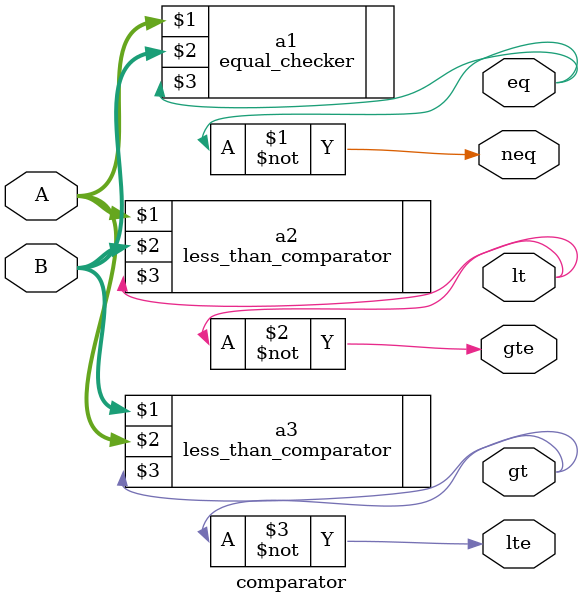
<source format=v>
`timescale 1ns / 1ps

module comparator #(parameter N=32) (A, B, eq, neq, lt, lte, gt, gte);

    input [N-1:0] A, B;
    output wire eq, neq, lt, lte, gt, gte;

    equal_checker #(N) a1(A, B, eq);
    assign neq = ~eq;

    less_than_comparator #(N) a2(A, B, lt);
    assign gte = ~lt;

    less_than_comparator #(N) a3(B, A, gt);
    assign lte = ~gt;

endmodule


</source>
